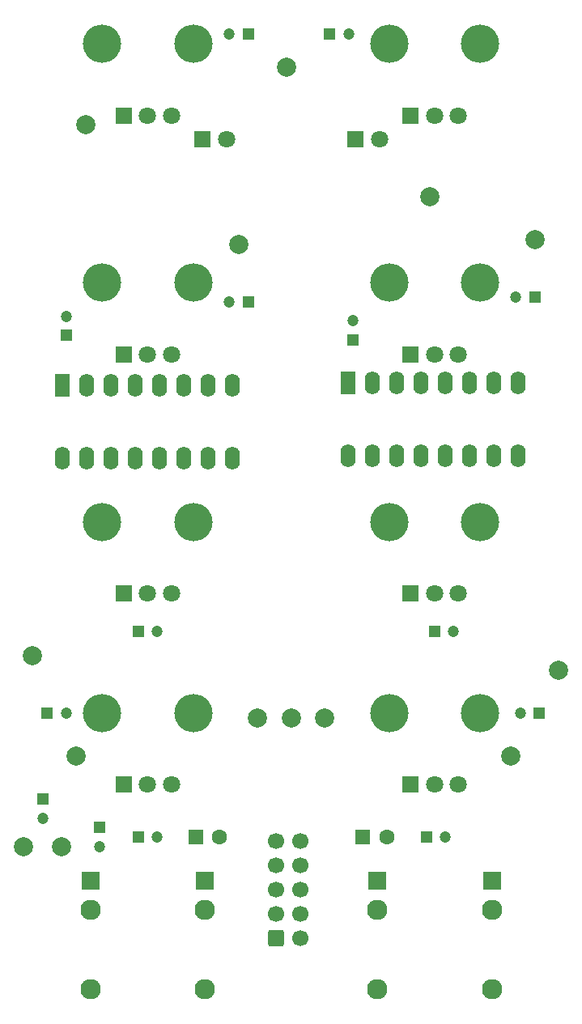
<source format=gts>
G04 #@! TF.GenerationSoftware,KiCad,Pcbnew,8.0.5*
G04 #@! TF.CreationDate,2024-11-24T11:27:35+01:00*
G04 #@! TF.ProjectId,ricochet,7269636f-6368-4657-942e-6b696361645f,rev?*
G04 #@! TF.SameCoordinates,Original*
G04 #@! TF.FileFunction,Soldermask,Top*
G04 #@! TF.FilePolarity,Negative*
%FSLAX46Y46*%
G04 Gerber Fmt 4.6, Leading zero omitted, Abs format (unit mm)*
G04 Created by KiCad (PCBNEW 8.0.5) date 2024-11-24 11:27:35*
%MOMM*%
%LPD*%
G01*
G04 APERTURE LIST*
G04 Aperture macros list*
%AMRoundRect*
0 Rectangle with rounded corners*
0 $1 Rounding radius*
0 $2 $3 $4 $5 $6 $7 $8 $9 X,Y pos of 4 corners*
0 Add a 4 corners polygon primitive as box body*
4,1,4,$2,$3,$4,$5,$6,$7,$8,$9,$2,$3,0*
0 Add four circle primitives for the rounded corners*
1,1,$1+$1,$2,$3*
1,1,$1+$1,$4,$5*
1,1,$1+$1,$6,$7*
1,1,$1+$1,$8,$9*
0 Add four rect primitives between the rounded corners*
20,1,$1+$1,$2,$3,$4,$5,0*
20,1,$1+$1,$4,$5,$6,$7,0*
20,1,$1+$1,$6,$7,$8,$9,0*
20,1,$1+$1,$8,$9,$2,$3,0*%
G04 Aperture macros list end*
%ADD10O,4.000000X4.000000*%
%ADD11R,1.800000X1.800000*%
%ADD12C,1.800000*%
%ADD13R,1.930000X1.830000*%
%ADD14C,2.130000*%
%ADD15R,1.200000X1.200000*%
%ADD16C,1.200000*%
%ADD17R,1.600000X1.600000*%
%ADD18C,1.600000*%
%ADD19C,2.000000*%
%ADD20R,1.600000X2.400000*%
%ADD21O,1.600000X2.400000*%
%ADD22RoundRect,0.250000X-0.600000X-0.600000X0.600000X-0.600000X0.600000X0.600000X-0.600000X0.600000X0*%
%ADD23C,1.700000*%
G04 APERTURE END LIST*
D10*
X60250000Y-57000000D03*
X69750000Y-57000000D03*
D11*
X62500000Y-64500000D03*
D12*
X65000000Y-64500000D03*
X67500000Y-64500000D03*
D10*
X90250000Y-107000000D03*
X99750000Y-107000000D03*
D11*
X92500000Y-114500000D03*
D12*
X95000000Y-114500000D03*
X97500000Y-114500000D03*
D11*
X86690000Y-67000000D03*
D12*
X89230000Y-67000000D03*
D13*
X71000000Y-144520000D03*
D14*
X71000000Y-155920000D03*
X71000000Y-147620000D03*
D10*
X90250000Y-57000000D03*
X99750000Y-57000000D03*
D11*
X92500000Y-64500000D03*
D12*
X95000000Y-64500000D03*
X97500000Y-64500000D03*
D11*
X70690000Y-67000000D03*
D12*
X73230000Y-67000000D03*
D13*
X89000000Y-144520000D03*
D14*
X89000000Y-155920000D03*
X89000000Y-147620000D03*
D10*
X60250000Y-107000000D03*
X69750000Y-107000000D03*
D11*
X62500000Y-114500000D03*
D12*
X65000000Y-114500000D03*
X67500000Y-114500000D03*
D13*
X101000000Y-144520000D03*
D14*
X101000000Y-155920000D03*
X101000000Y-147620000D03*
D10*
X90250000Y-82000000D03*
X99750000Y-82000000D03*
D11*
X92500000Y-89500000D03*
D12*
X95000000Y-89500000D03*
X97500000Y-89500000D03*
D10*
X60250000Y-82000000D03*
X69750000Y-82000000D03*
D11*
X62500000Y-89500000D03*
D12*
X65000000Y-89500000D03*
X67500000Y-89500000D03*
D13*
X59000000Y-144520000D03*
D14*
X59000000Y-155920000D03*
X59000000Y-147620000D03*
D10*
X60250000Y-127000000D03*
X69750000Y-127000000D03*
D11*
X62500000Y-134500000D03*
D12*
X65000000Y-134500000D03*
X67500000Y-134500000D03*
D10*
X90250000Y-127000000D03*
X99750000Y-127000000D03*
D11*
X92500000Y-134500000D03*
D12*
X95000000Y-134500000D03*
X97500000Y-134500000D03*
D15*
X95000000Y-118500000D03*
D16*
X97000000Y-118500000D03*
D15*
X64000000Y-118500000D03*
D16*
X66000000Y-118500000D03*
D15*
X105500000Y-83500000D03*
D16*
X103500000Y-83500000D03*
D17*
X87500000Y-140000000D03*
D18*
X90000000Y-140000000D03*
D19*
X58500000Y-65500000D03*
X94500000Y-73000000D03*
X52000000Y-141000000D03*
X105500000Y-77500000D03*
D17*
X70000000Y-140000000D03*
D18*
X72500000Y-140000000D03*
D15*
X54000000Y-136027401D03*
D16*
X54000000Y-138027401D03*
D19*
X108000000Y-122500000D03*
D15*
X75500000Y-84000000D03*
D16*
X73500000Y-84000000D03*
D19*
X57500000Y-131500000D03*
D15*
X75500000Y-56000000D03*
D16*
X73500000Y-56000000D03*
D19*
X74500000Y-78000000D03*
X79500000Y-59500000D03*
D15*
X60000000Y-139000000D03*
D16*
X60000000Y-141000000D03*
D20*
X85960000Y-92500000D03*
D21*
X88500000Y-92500000D03*
X91040000Y-92500000D03*
X93580000Y-92500000D03*
X96120000Y-92500000D03*
X98660000Y-92500000D03*
X101200000Y-92500000D03*
X103740000Y-92500000D03*
X103740000Y-100120000D03*
X101200000Y-100120000D03*
X98660000Y-100120000D03*
X96120000Y-100120000D03*
X93580000Y-100120000D03*
X91040000Y-100120000D03*
X88500000Y-100120000D03*
X85960000Y-100120000D03*
D15*
X86500000Y-87972600D03*
D16*
X86500000Y-85972600D03*
D19*
X56000000Y-141000000D03*
D15*
X84027401Y-56000000D03*
D16*
X86027401Y-56000000D03*
D15*
X54500000Y-127000000D03*
D16*
X56500000Y-127000000D03*
D15*
X64000000Y-140000000D03*
D16*
X66000000Y-140000000D03*
D19*
X103000000Y-131500000D03*
D22*
X78460000Y-150540000D03*
D23*
X81000000Y-150540000D03*
X78460000Y-148000000D03*
X81000000Y-148000000D03*
X78460000Y-145460000D03*
X81000000Y-145460000D03*
X78460000Y-142920000D03*
X81000000Y-142920000D03*
X78460000Y-140380000D03*
X81000000Y-140380000D03*
D15*
X56500000Y-87500000D03*
D16*
X56500000Y-85500000D03*
D19*
X83500000Y-127500000D03*
D15*
X94127401Y-140000000D03*
D16*
X96127401Y-140000000D03*
D19*
X76500000Y-127500000D03*
X52970000Y-121000000D03*
D15*
X105972600Y-127000000D03*
D16*
X103972600Y-127000000D03*
D20*
X56100000Y-92700000D03*
D21*
X58640000Y-92700000D03*
X61180000Y-92700000D03*
X63720000Y-92700000D03*
X66260000Y-92700000D03*
X68800000Y-92700000D03*
X71340000Y-92700000D03*
X73880000Y-92700000D03*
X73880000Y-100320000D03*
X71340000Y-100320000D03*
X68800000Y-100320000D03*
X66260000Y-100320000D03*
X63720000Y-100320000D03*
X61180000Y-100320000D03*
X58640000Y-100320000D03*
X56100000Y-100320000D03*
D19*
X80000000Y-127500000D03*
M02*

</source>
